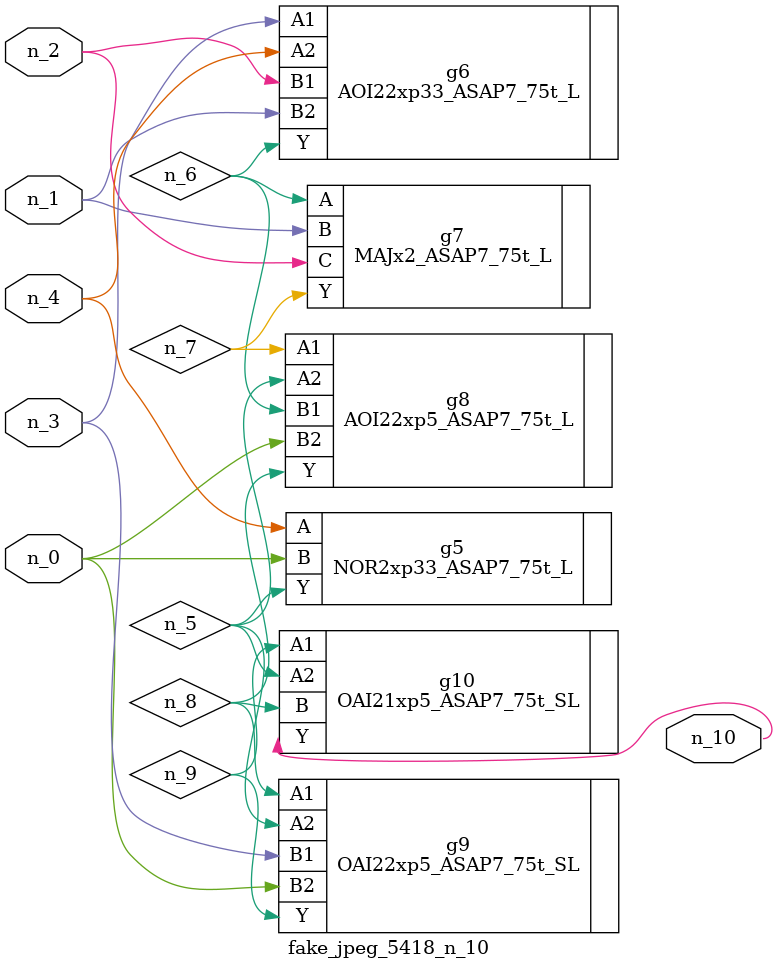
<source format=v>
module fake_jpeg_5418_n_10 (n_3, n_2, n_1, n_0, n_4, n_10);

input n_3;
input n_2;
input n_1;
input n_0;
input n_4;

output n_10;

wire n_8;
wire n_9;
wire n_6;
wire n_5;
wire n_7;

NOR2xp33_ASAP7_75t_L g5 ( 
.A(n_4),
.B(n_0),
.Y(n_5)
);

AOI22xp33_ASAP7_75t_L g6 ( 
.A1(n_3),
.A2(n_4),
.B1(n_2),
.B2(n_1),
.Y(n_6)
);

MAJx2_ASAP7_75t_L g7 ( 
.A(n_6),
.B(n_1),
.C(n_2),
.Y(n_7)
);

AOI22xp5_ASAP7_75t_L g8 ( 
.A1(n_7),
.A2(n_5),
.B1(n_6),
.B2(n_0),
.Y(n_8)
);

OAI22xp5_ASAP7_75t_SL g9 ( 
.A1(n_8),
.A2(n_5),
.B1(n_3),
.B2(n_0),
.Y(n_9)
);

OAI21xp5_ASAP7_75t_SL g10 ( 
.A1(n_9),
.A2(n_5),
.B(n_8),
.Y(n_10)
);


endmodule
</source>
